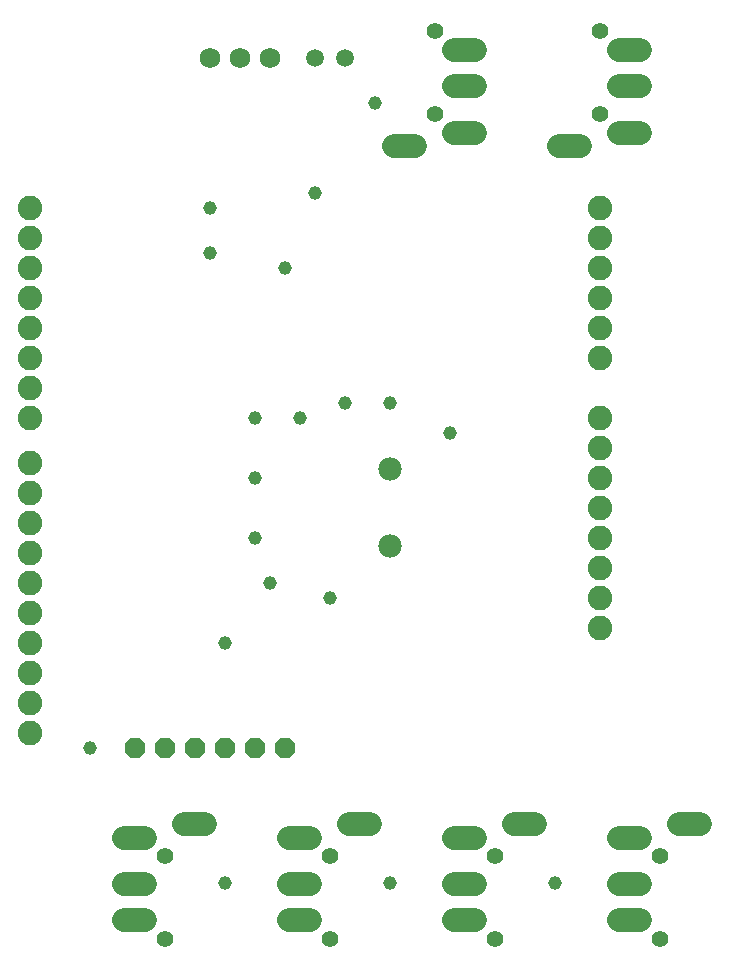
<source format=gbs>
G75*
%MOIN*%
%OFA0B0*%
%FSLAX25Y25*%
%IPPOS*%
%LPD*%
%AMOC8*
5,1,8,0,0,1.08239X$1,22.5*
%
%ADD10C,0.05950*%
%ADD11C,0.08200*%
%ADD12C,0.06800*%
%ADD13OC8,0.06800*%
%ADD14C,0.05524*%
%ADD15C,0.07887*%
%ADD16C,0.07800*%
%ADD17C,0.04565*%
D10*
X0111600Y0327524D03*
X0121600Y0327524D03*
D11*
X0206600Y0277524D03*
X0206600Y0267524D03*
X0206600Y0257524D03*
X0206600Y0247524D03*
X0206600Y0237524D03*
X0206600Y0227524D03*
X0206600Y0207524D03*
X0206600Y0197524D03*
X0206600Y0187524D03*
X0206600Y0177524D03*
X0206600Y0167524D03*
X0206600Y0157524D03*
X0206600Y0147524D03*
X0206600Y0137524D03*
X0016600Y0142524D03*
X0016600Y0152524D03*
X0016600Y0162524D03*
X0016600Y0172524D03*
X0016600Y0182524D03*
X0016600Y0192524D03*
X0016600Y0207524D03*
X0016600Y0217524D03*
X0016600Y0227524D03*
X0016600Y0237524D03*
X0016600Y0247524D03*
X0016600Y0257524D03*
X0016600Y0267524D03*
X0016600Y0277524D03*
X0016600Y0132524D03*
X0016600Y0122524D03*
X0016600Y0112524D03*
X0016600Y0102524D03*
D12*
X0076600Y0327524D03*
X0086600Y0327524D03*
X0096600Y0327524D03*
D13*
X0091600Y0097524D03*
X0081600Y0097524D03*
X0071600Y0097524D03*
X0061600Y0097524D03*
X0051600Y0097524D03*
X0101600Y0097524D03*
D14*
X0116600Y0061382D03*
X0116600Y0033823D03*
X0061600Y0033823D03*
X0061600Y0061382D03*
X0171600Y0061382D03*
X0171600Y0033823D03*
X0226600Y0033823D03*
X0226600Y0061382D03*
X0206600Y0308665D03*
X0206600Y0336224D03*
X0151600Y0336224D03*
X0151600Y0308665D03*
D15*
X0055143Y0040024D02*
X0048057Y0040024D01*
X0048057Y0051899D02*
X0055143Y0051899D01*
X0055143Y0067524D02*
X0048057Y0067524D01*
X0068057Y0071899D02*
X0075143Y0071899D01*
X0103057Y0067524D02*
X0110143Y0067524D01*
X0123057Y0071899D02*
X0130143Y0071899D01*
X0110143Y0051899D02*
X0103057Y0051899D01*
X0103057Y0040024D02*
X0110143Y0040024D01*
X0158057Y0040024D02*
X0165143Y0040024D01*
X0165143Y0051899D02*
X0158057Y0051899D01*
X0158057Y0067524D02*
X0165143Y0067524D01*
X0178057Y0071899D02*
X0185143Y0071899D01*
X0213057Y0067524D02*
X0220143Y0067524D01*
X0233057Y0071899D02*
X0240143Y0071899D01*
X0220143Y0051899D02*
X0213057Y0051899D01*
X0213057Y0040024D02*
X0220143Y0040024D01*
X0200143Y0298149D02*
X0193057Y0298149D01*
X0213057Y0302524D02*
X0220143Y0302524D01*
X0220143Y0318149D02*
X0213057Y0318149D01*
X0213057Y0330024D02*
X0220143Y0330024D01*
X0165143Y0330024D02*
X0158057Y0330024D01*
X0158057Y0318149D02*
X0165143Y0318149D01*
X0165143Y0302524D02*
X0158057Y0302524D01*
X0145143Y0298149D02*
X0138057Y0298149D01*
D16*
X0136600Y0190319D03*
X0136600Y0164728D03*
D17*
X0116600Y0147524D03*
X0096600Y0152524D03*
X0091600Y0167524D03*
X0091600Y0187524D03*
X0091600Y0207524D03*
X0106600Y0207524D03*
X0121600Y0212524D03*
X0136600Y0212524D03*
X0156600Y0202524D03*
X0101600Y0257524D03*
X0111600Y0282524D03*
X0131600Y0312524D03*
X0076600Y0277524D03*
X0076600Y0262524D03*
X0081600Y0132524D03*
X0036600Y0097524D03*
X0081600Y0052524D03*
X0136600Y0052524D03*
X0191600Y0052524D03*
M02*

</source>
